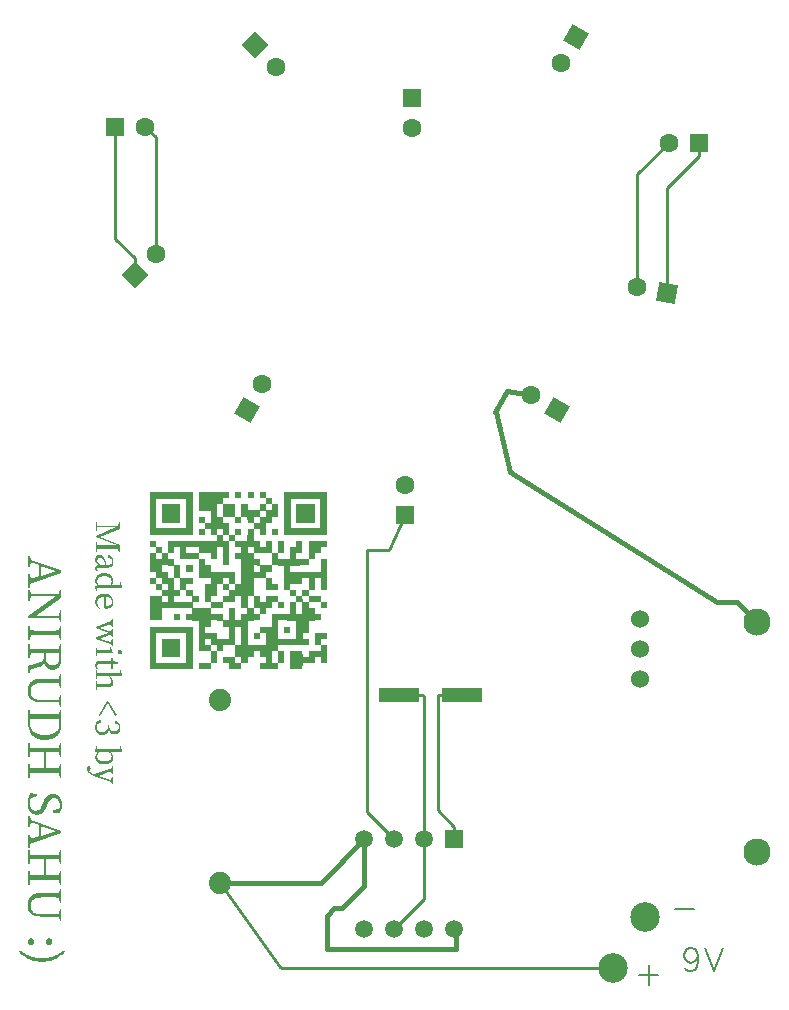
<source format=gtl>
G04 Layer: TopLayer*
G04 EasyEDA v6.5.44, 2024-08-08 08:25:12*
G04 3ea92b5279af498992845473a6f1f495,b0d0efe6ac584fe99c24f131b36d675a,10*
G04 Gerber Generator version 0.2*
G04 Scale: 100 percent, Rotated: No, Reflected: No *
G04 Dimensions in millimeters *
G04 leading zeros omitted , absolute positions ,4 integer and 5 decimal *
%FSLAX45Y45*%
%MOMM*%

%AMMACRO1*21,1,$1,$2,0,0,$3*%
%ADD10C,0.2032*%
%ADD11C,0.4000*%
%ADD12C,0.2540*%
%ADD13R,3.5000X1.2000*%
%ADD14R,1.5000X1.5000*%
%ADD15C,1.5000*%
%ADD16C,1.5240*%
%ADD17C,2.3000*%
%ADD18C,1.8796*%
%ADD19MACRO1,1.6X1.6X-45.0000*%
%ADD20C,1.6000*%
%ADD21R,1.6000X1.6000*%
%ADD22MACRO1,1.6X1.6X45.0000*%
%ADD23MACRO1,1.6X1.6X60.0001*%
%ADD24MACRO1,1.6X1.6X150.0001*%
%ADD25MACRO1,1.6X1.6X170.0002*%
%ADD26MACRO1,1.6X1.6X-119.9999*%
%ADD27C,2.5000*%
%ADD28C,0.0118*%

%LPD*%
G36*
X-1562100Y-707948D02*
G01*
X-1562100Y-764489D01*
X-1507439Y-764489D01*
X-1506728Y-762660D01*
X-1255064Y-763016D01*
X-1255064Y-1014984D01*
X-1507032Y-1014984D01*
X-1507439Y-764489D01*
X-1562100Y-764489D01*
X-1562100Y-1070051D01*
X-1200048Y-1070051D01*
X-1200048Y-707948D01*
G37*
G36*
X-1148283Y-707948D02*
G01*
X-1148283Y-813257D01*
X-993140Y-813257D01*
X-992428Y-811377D01*
X-941781Y-811784D01*
X-941781Y-914501D01*
X-992784Y-914501D01*
X-993140Y-813257D01*
X-1148283Y-813257D01*
X-1148283Y-863142D01*
X-1045210Y-863498D01*
X-1045210Y-916736D01*
X-941425Y-916736D01*
X-940714Y-914857D01*
X-838352Y-915212D01*
X-837946Y-966571D01*
X-786231Y-966571D01*
X-785876Y-915212D01*
X-734872Y-915212D01*
X-734860Y-916736D01*
X-682802Y-916736D01*
X-682091Y-914857D01*
X-631444Y-915212D01*
X-631444Y-966216D01*
X-682447Y-966216D01*
X-682802Y-916736D01*
X-734860Y-916736D01*
X-734517Y-966571D01*
X-683158Y-966978D01*
X-683158Y-1017930D01*
X-734517Y-1018336D01*
X-734872Y-1121410D01*
X-837590Y-1121410D01*
X-837590Y-1070406D01*
X-786231Y-1070000D01*
X-786231Y-1018286D01*
X-837946Y-1018286D01*
X-838352Y-1069644D01*
X-889304Y-1069644D01*
X-889711Y-966622D01*
X-941019Y-966216D01*
X-941425Y-916736D01*
X-1045210Y-916736D01*
X-1045210Y-966216D01*
X-1096213Y-966216D01*
X-1096619Y-914857D01*
X-1148283Y-914857D01*
X-1148283Y-966571D01*
X-1096975Y-966978D01*
X-1096975Y-1017930D01*
X-1148283Y-1018336D01*
X-1148283Y-1070051D01*
X-1096619Y-1070051D01*
X-1096213Y-1018692D01*
X-1045210Y-1018692D01*
X-1045201Y-1020165D01*
X-993140Y-1020165D01*
X-992428Y-1018286D01*
X-941781Y-1018692D01*
X-941781Y-1069644D01*
X-992784Y-1069644D01*
X-993140Y-1020165D01*
X-1045201Y-1020165D01*
X-1044854Y-1070000D01*
X-993495Y-1070406D01*
X-993495Y-1071880D01*
X-941425Y-1071880D01*
X-940714Y-1070000D01*
X-890066Y-1070406D01*
X-890066Y-1121410D01*
X-941019Y-1121410D01*
X-941425Y-1071880D01*
X-993495Y-1071880D01*
X-993495Y-1121410D01*
X-1406906Y-1121765D01*
X-1407312Y-1224838D01*
X-1458264Y-1224838D01*
X-1458671Y-1173480D01*
X-1510030Y-1173124D01*
X-1510385Y-1121765D01*
X-1562100Y-1121765D01*
X-1562100Y-1173480D01*
X-1510741Y-1173835D01*
X-1510741Y-1224838D01*
X-1562100Y-1225245D01*
X-1562100Y-1227074D01*
X-1510385Y-1227074D01*
X-1509674Y-1225194D01*
X-1459026Y-1225600D01*
X-1459026Y-1276553D01*
X-1406550Y-1276553D01*
X-1406550Y-1225600D01*
X-1355191Y-1225194D01*
X-1355191Y-1174445D01*
X-1354175Y-1173480D01*
X-1303832Y-1173835D01*
X-1303828Y-1175359D01*
X-1251762Y-1175359D01*
X-1251051Y-1173480D01*
X-1148689Y-1173835D01*
X-1148689Y-1224838D01*
X-1251407Y-1224838D01*
X-1251762Y-1175359D01*
X-1303828Y-1175359D01*
X-1303478Y-1276553D01*
X-1147927Y-1276553D01*
X-1147927Y-1225600D01*
X-1045210Y-1225600D01*
X-1044854Y-1276908D01*
X-993140Y-1276908D01*
X-992784Y-1173835D01*
X-941781Y-1173835D01*
X-941425Y-1328674D01*
X-889711Y-1328674D01*
X-889711Y-1122730D01*
X-888695Y-1121714D01*
X-838352Y-1122121D01*
X-837946Y-1173480D01*
X-786587Y-1173835D01*
X-786587Y-1175359D01*
X-734517Y-1175359D01*
X-733806Y-1173480D01*
X-683158Y-1173835D01*
X-683158Y-1224838D01*
X-734161Y-1224838D01*
X-734517Y-1175359D01*
X-786587Y-1175359D01*
X-786587Y-1224838D01*
X-837946Y-1225245D01*
X-837946Y-1227074D01*
X-682802Y-1227074D01*
X-682091Y-1225194D01*
X-527964Y-1225600D01*
X-527964Y-1328267D01*
X-630682Y-1328267D01*
X-631088Y-1276959D01*
X-682447Y-1276553D01*
X-682802Y-1227074D01*
X-837946Y-1227074D01*
X-837946Y-1276908D01*
X-786587Y-1277315D01*
X-786587Y-1330502D01*
X-682802Y-1330502D01*
X-682091Y-1328623D01*
X-631444Y-1329029D01*
X-631444Y-1380032D01*
X-682447Y-1380032D01*
X-682802Y-1330502D01*
X-786587Y-1330502D01*
X-786587Y-1483461D01*
X-837590Y-1483461D01*
X-837946Y-1380388D01*
X-1044498Y-1380032D01*
X-1044854Y-1328674D01*
X-1096213Y-1328267D01*
X-1096619Y-1276959D01*
X-1147927Y-1276553D01*
X-1303478Y-1276553D01*
X-1303477Y-1276908D01*
X-1148689Y-1277315D01*
X-1148283Y-1432102D01*
X-1045210Y-1432458D01*
X-1045210Y-1433982D01*
X-941425Y-1433982D01*
X-940714Y-1432102D01*
X-890066Y-1432458D01*
X-890066Y-1483461D01*
X-941019Y-1483461D01*
X-941425Y-1433982D01*
X-1045210Y-1433982D01*
X-1045210Y-1483461D01*
X-1096568Y-1483868D01*
X-1096568Y-1638604D01*
X-1044498Y-1638604D01*
X-1044498Y-1587652D01*
X-993140Y-1587246D01*
X-993140Y-1484833D01*
X-992124Y-1483817D01*
X-941781Y-1484172D01*
X-941769Y-1485696D01*
X-889711Y-1485696D01*
X-889000Y-1483817D01*
X-838352Y-1484172D01*
X-838352Y-1535176D01*
X-889304Y-1535176D01*
X-889711Y-1485696D01*
X-941769Y-1485696D01*
X-941374Y-1535531D01*
X-890066Y-1535938D01*
X-890066Y-1586890D01*
X-941374Y-1587296D01*
X-941781Y-1638604D01*
X-1096568Y-1638604D01*
X-1096568Y-1638960D01*
X-1045210Y-1639366D01*
X-1045210Y-1690370D01*
X-1199642Y-1690370D01*
X-1199642Y-1639366D01*
X-1148283Y-1638960D01*
X-1148283Y-1587296D01*
X-1199642Y-1586890D01*
X-1200048Y-1535582D01*
X-1251407Y-1535176D01*
X-1251407Y-1484172D01*
X-1200048Y-1483817D01*
X-1200048Y-1432102D01*
X-1303121Y-1431747D01*
X-1303477Y-1328674D01*
X-1354836Y-1328267D01*
X-1355242Y-1276959D01*
X-1406550Y-1276553D01*
X-1510030Y-1276553D01*
X-1510385Y-1227074D01*
X-1562100Y-1227074D01*
X-1562100Y-1330502D01*
X-1458671Y-1330502D01*
X-1457960Y-1328623D01*
X-1355598Y-1329029D01*
X-1355598Y-1431747D01*
X-1406550Y-1431747D01*
X-1406956Y-1380388D01*
X-1458264Y-1380032D01*
X-1458671Y-1330502D01*
X-1562100Y-1330502D01*
X-1562100Y-1380337D01*
X-1510741Y-1380744D01*
X-1510741Y-1431747D01*
X-1562100Y-1432102D01*
X-1562100Y-1433982D01*
X-1510385Y-1433982D01*
X-1509674Y-1432102D01*
X-1459026Y-1432458D01*
X-1459026Y-1433931D01*
X-1355242Y-1433931D01*
X-1354480Y-1432102D01*
X-1303832Y-1432458D01*
X-1303832Y-1535176D01*
X-1354836Y-1535176D01*
X-1355242Y-1433931D01*
X-1459026Y-1433931D01*
X-1459026Y-1483461D01*
X-1510030Y-1483461D01*
X-1510385Y-1433982D01*
X-1562100Y-1433982D01*
X-1562100Y-1483817D01*
X-1510741Y-1484172D01*
X-1510729Y-1485696D01*
X-1458671Y-1485696D01*
X-1457960Y-1483817D01*
X-1407312Y-1484172D01*
X-1407312Y-1535176D01*
X-1458264Y-1535176D01*
X-1458671Y-1485696D01*
X-1510729Y-1485696D01*
X-1510334Y-1535531D01*
X-1459026Y-1535938D01*
X-1459026Y-1586890D01*
X-1562100Y-1587296D01*
X-1562100Y-1589125D01*
X-1458671Y-1589125D01*
X-1457960Y-1587246D01*
X-1407312Y-1587652D01*
X-1407312Y-1638604D01*
X-1354836Y-1638604D01*
X-1354836Y-1587652D01*
X-1303477Y-1587246D01*
X-1303477Y-1536547D01*
X-1302461Y-1535531D01*
X-1252118Y-1535938D01*
X-1251712Y-1587246D01*
X-1200404Y-1587652D01*
X-1200404Y-1638604D01*
X-1458264Y-1638604D01*
X-1458671Y-1589125D01*
X-1562100Y-1589125D01*
X-1562100Y-1794154D01*
X-1458671Y-1794154D01*
X-1458264Y-1691081D01*
X-1200404Y-1691081D01*
X-1200404Y-1742084D01*
X-1044498Y-1742084D01*
X-1044498Y-1691081D01*
X-941425Y-1690725D01*
X-941019Y-1639366D01*
X-837946Y-1639011D01*
X-837946Y-1588262D01*
X-836980Y-1587246D01*
X-786587Y-1587652D01*
X-786582Y-1589125D01*
X-734517Y-1589125D01*
X-733806Y-1587246D01*
X-683158Y-1587652D01*
X-683158Y-1690370D01*
X-734161Y-1690370D01*
X-734517Y-1589125D01*
X-786582Y-1589125D01*
X-786231Y-1690725D01*
X-734872Y-1691081D01*
X-734872Y-1692605D01*
X-682802Y-1692605D01*
X-682091Y-1690725D01*
X-631444Y-1691081D01*
X-631444Y-1742084D01*
X-682447Y-1742084D01*
X-682802Y-1692605D01*
X-734872Y-1692605D01*
X-734872Y-1742084D01*
X-786231Y-1742490D01*
X-786587Y-1793798D01*
X-837590Y-1793798D01*
X-837946Y-1690725D01*
X-889660Y-1690725D01*
X-890066Y-1793798D01*
X-941019Y-1793798D01*
X-941425Y-1742439D01*
X-1044498Y-1742084D01*
X-1200404Y-1742084D01*
X-1251762Y-1742490D01*
X-1251762Y-1794154D01*
X-1148689Y-1794560D01*
X-1148527Y-1897227D01*
X-1096213Y-1897227D01*
X-1096213Y-1846275D01*
X-1044854Y-1845868D01*
X-1044854Y-1795170D01*
X-1043889Y-1794154D01*
X-941781Y-1794560D01*
X-941374Y-1845868D01*
X-890066Y-1846275D01*
X-890066Y-1847748D01*
X-837996Y-1847748D01*
X-837285Y-1845868D01*
X-786587Y-1846275D01*
X-786587Y-2000707D01*
X-734161Y-2000707D01*
X-734161Y-1794560D01*
X-631088Y-1794154D01*
X-630682Y-1742795D01*
X-579374Y-1742439D01*
X-578967Y-1691081D01*
X-527659Y-1690725D01*
X-527253Y-1639366D01*
X-476250Y-1639366D01*
X-475894Y-1690725D01*
X-424180Y-1690725D01*
X-424180Y-1639011D01*
X-475538Y-1638604D01*
X-475894Y-1587296D01*
X-579323Y-1587296D01*
X-579729Y-1638604D01*
X-630682Y-1638604D01*
X-631088Y-1587296D01*
X-682447Y-1586890D01*
X-682447Y-1432458D01*
X-579729Y-1432458D01*
X-579323Y-1535531D01*
X-475894Y-1535531D01*
X-475894Y-1483868D01*
X-527253Y-1483461D01*
X-527659Y-1432102D01*
X-578967Y-1431747D01*
X-578967Y-1380744D01*
X-527608Y-1380337D01*
X-527608Y-1329639D01*
X-526643Y-1328623D01*
X-424535Y-1329029D01*
X-424180Y-1535176D01*
X-372059Y-1535176D01*
X-372059Y-1484172D01*
X-268986Y-1483817D01*
X-268986Y-1433068D01*
X-267970Y-1432102D01*
X-217627Y-1432458D01*
X-217627Y-1535176D01*
X-268986Y-1535582D01*
X-269392Y-1586890D01*
X-320344Y-1586890D01*
X-320751Y-1535582D01*
X-372059Y-1535176D01*
X-424180Y-1535176D01*
X-424180Y-1535531D01*
X-372821Y-1535938D01*
X-372414Y-1587246D01*
X-321106Y-1587652D01*
X-321106Y-1589125D01*
X-269036Y-1589125D01*
X-268274Y-1587246D01*
X-217627Y-1587652D01*
X-217627Y-1638604D01*
X-268630Y-1638604D01*
X-269036Y-1589125D01*
X-321106Y-1589125D01*
X-321106Y-1638604D01*
X-372414Y-1639011D01*
X-372422Y-1640839D01*
X-320751Y-1640839D01*
X-320040Y-1638960D01*
X-269392Y-1639366D01*
X-269392Y-1742084D01*
X-320344Y-1742084D01*
X-320751Y-1640839D01*
X-372422Y-1640839D01*
X-372821Y-1742084D01*
X-527608Y-1742439D01*
X-527818Y-1796034D01*
X-475894Y-1796034D01*
X-475183Y-1794154D01*
X-321106Y-1794560D01*
X-321106Y-1948992D01*
X-475538Y-1948992D01*
X-475894Y-1796034D01*
X-527818Y-1796034D01*
X-527964Y-1845513D01*
X-631037Y-1845919D01*
X-631444Y-1897227D01*
X-682802Y-1897634D01*
X-682802Y-1949348D01*
X-631088Y-1949348D01*
X-630682Y-1897989D01*
X-579729Y-1897989D01*
X-579729Y-2000707D01*
X-837590Y-2000707D01*
X-837996Y-1847748D01*
X-890066Y-1847748D01*
X-890066Y-1948992D01*
X-992784Y-1948992D01*
X-993140Y-1897634D01*
X-1096213Y-1897227D01*
X-1148527Y-1897227D01*
X-1148443Y-1951177D01*
X-1096619Y-1951177D01*
X-1095857Y-1949297D01*
X-1045210Y-1949704D01*
X-1045210Y-2000707D01*
X-1096213Y-2000707D01*
X-1096619Y-1951177D01*
X-1148443Y-1951177D01*
X-1148361Y-2002942D01*
X-1044905Y-2002942D01*
X-1044143Y-2001062D01*
X-993495Y-2001418D01*
X-993495Y-2052421D01*
X-1044498Y-2052421D01*
X-1044905Y-2002942D01*
X-1148361Y-2002942D01*
X-1148283Y-2052777D01*
X-1045210Y-2053183D01*
X-1045210Y-2155850D01*
X-1148283Y-2156256D01*
X-1148283Y-2207971D01*
X-1044854Y-2207971D01*
X-1044498Y-2156612D01*
X-993140Y-2156206D01*
X-992784Y-2053183D01*
X-941425Y-2052777D01*
X-941019Y-2001418D01*
X-838352Y-2001418D01*
X-838352Y-2104136D01*
X-941425Y-2104542D01*
X-941425Y-2106371D01*
X-837996Y-2106371D01*
X-837285Y-2104491D01*
X-786587Y-2104898D01*
X-786587Y-2155850D01*
X-837590Y-2155850D01*
X-837996Y-2106371D01*
X-941425Y-2106371D01*
X-941425Y-2156206D01*
X-890066Y-2156612D01*
X-889660Y-2207971D01*
X-786231Y-2207971D01*
X-785876Y-2156612D01*
X-734517Y-2156206D01*
X-734161Y-2104898D01*
X-682802Y-2104491D01*
X-682447Y-2053183D01*
X-631444Y-2053183D01*
X-631432Y-2054656D01*
X-527608Y-2054656D01*
X-526897Y-2052777D01*
X-476250Y-2053183D01*
X-476250Y-2155850D01*
X-527253Y-2155850D01*
X-527608Y-2054656D01*
X-631432Y-2054656D01*
X-631037Y-2104491D01*
X-579729Y-2104898D01*
X-579729Y-2155850D01*
X-631088Y-2156256D01*
X-631088Y-2207971D01*
X-475894Y-2207971D01*
X-475538Y-2156612D01*
X-424180Y-2156206D01*
X-424180Y-2052828D01*
X-475538Y-2052421D01*
X-475538Y-2001418D01*
X-217271Y-2001062D01*
X-217271Y-1949348D01*
X-268630Y-1948992D01*
X-268630Y-1897989D01*
X-217271Y-1897583D01*
X-216916Y-1794560D01*
X-113842Y-1794154D01*
X-113842Y-1742490D01*
X-165201Y-1742084D01*
X-165557Y-1690725D01*
X-216916Y-1690370D01*
X-216916Y-1639366D01*
X-114198Y-1639366D01*
X-113792Y-1690725D01*
X-62128Y-1690725D01*
X-62128Y-1639011D01*
X-113436Y-1638604D01*
X-113842Y-1587296D01*
X-216916Y-1586890D01*
X-216916Y-1535938D01*
X-165557Y-1535531D01*
X-165201Y-1432458D01*
X-114198Y-1432458D01*
X-113792Y-1535531D01*
X-62128Y-1535531D01*
X-62128Y-1276908D01*
X-113792Y-1276908D01*
X-114198Y-1380032D01*
X-372059Y-1380032D01*
X-372059Y-1329029D01*
X-217271Y-1328623D01*
X-216916Y-1277315D01*
X-165557Y-1276908D01*
X-165201Y-1225600D01*
X-113842Y-1225194D01*
X-113436Y-1173835D01*
X-62128Y-1173480D01*
X-62128Y-1121765D01*
X-217271Y-1121765D01*
X-217627Y-1276553D01*
X-320344Y-1276553D01*
X-320344Y-1225600D01*
X-268986Y-1225194D01*
X-268986Y-1121765D01*
X-320700Y-1121765D01*
X-321106Y-1173124D01*
X-372414Y-1173480D01*
X-372821Y-1276553D01*
X-475538Y-1276553D01*
X-475538Y-1225600D01*
X-424180Y-1225194D01*
X-424180Y-1121765D01*
X-475894Y-1121765D01*
X-476250Y-1224838D01*
X-527253Y-1224838D01*
X-527608Y-1121765D01*
X-579323Y-1121765D01*
X-579729Y-1173124D01*
X-630682Y-1173124D01*
X-631088Y-1121765D01*
X-682447Y-1121410D01*
X-682447Y-1018692D01*
X-631444Y-1018692D01*
X-631037Y-1070051D01*
X-579374Y-1070051D01*
X-578967Y-966978D01*
X-527659Y-966571D01*
X-527253Y-915212D01*
X-475894Y-914857D01*
X-475894Y-811428D01*
X-527253Y-811022D01*
X-527659Y-759714D01*
X-578967Y-759307D01*
X-579374Y-707948D01*
X-631088Y-707948D01*
X-631088Y-759663D01*
X-579729Y-760069D01*
X-579729Y-811022D01*
X-631037Y-811428D01*
X-631052Y-813257D01*
X-579374Y-813257D01*
X-578662Y-811377D01*
X-527964Y-811784D01*
X-527964Y-862787D01*
X-578967Y-862787D01*
X-579374Y-813257D01*
X-631052Y-813257D01*
X-631444Y-862787D01*
X-734161Y-862787D01*
X-734517Y-811428D01*
X-786231Y-811428D01*
X-786440Y-864971D01*
X-631088Y-864971D01*
X-630377Y-863142D01*
X-579729Y-863498D01*
X-579729Y-914501D01*
X-630682Y-914501D01*
X-631088Y-864971D01*
X-786440Y-864971D01*
X-786587Y-914501D01*
X-837590Y-914501D01*
X-837946Y-811428D01*
X-941019Y-811022D01*
X-941019Y-760069D01*
X-889711Y-759663D01*
X-889711Y-707948D01*
G37*
G36*
X-837946Y-707948D02*
G01*
X-837946Y-759714D01*
X-786231Y-759714D01*
X-786231Y-707948D01*
G37*
G36*
X-734517Y-707948D02*
G01*
X-734517Y-759714D01*
X-682802Y-759714D01*
X-682802Y-707948D01*
G37*
G36*
X-424180Y-707948D02*
G01*
X-424180Y-764489D01*
X-369519Y-764489D01*
X-368808Y-762660D01*
X-117144Y-763016D01*
X-117144Y-1014984D01*
X-369112Y-1014984D01*
X-369519Y-764489D01*
X-424180Y-764489D01*
X-424180Y-1070051D01*
X-62128Y-1070051D01*
X-62128Y-707948D01*
G37*
G36*
X-1458671Y-811428D02*
G01*
X-1458671Y-966571D01*
X-1303477Y-966571D01*
X-1303477Y-811428D01*
G37*
G36*
X-320700Y-811428D02*
G01*
X-320700Y-966571D01*
X-165557Y-966571D01*
X-165557Y-811428D01*
G37*
G36*
X-527608Y-1018286D02*
G01*
X-527608Y-1070051D01*
X-475894Y-1070051D01*
X-475894Y-1018286D01*
G37*
G36*
X-1251762Y-1328674D02*
G01*
X-1251762Y-1380388D01*
X-1200048Y-1380388D01*
X-1200048Y-1328674D01*
G37*
G36*
X-1355191Y-1742439D02*
G01*
X-1355191Y-1794154D01*
X-1303477Y-1794154D01*
X-1303477Y-1742439D01*
G37*
G36*
X-1562100Y-1845868D02*
G01*
X-1562100Y-1902409D01*
X-1507439Y-1902409D01*
X-1506728Y-1900580D01*
X-1255064Y-1900936D01*
X-1255064Y-2152904D01*
X-1507032Y-2152904D01*
X-1507439Y-1902409D01*
X-1562100Y-1902409D01*
X-1562100Y-2207971D01*
X-1200048Y-2207971D01*
X-1200048Y-1845868D01*
G37*
G36*
X-424180Y-1845868D02*
G01*
X-424180Y-1897634D01*
X-372465Y-1897634D01*
X-372465Y-1845868D01*
G37*
G36*
X-165557Y-1897634D02*
G01*
X-165557Y-2001062D01*
X-114198Y-2001418D01*
X-114198Y-2052421D01*
X-217271Y-2052777D01*
X-217627Y-2104136D01*
X-268630Y-2104136D01*
X-269036Y-2052777D01*
X-372465Y-2052777D01*
X-372465Y-2207971D01*
X-269036Y-2207971D01*
X-268630Y-2156612D01*
X-165557Y-2156206D01*
X-165201Y-2104898D01*
X-114198Y-2104898D01*
X-113792Y-2156256D01*
X-62128Y-2156256D01*
X-62128Y-2001062D01*
X-113436Y-2000707D01*
X-113436Y-1949704D01*
X-62128Y-1949297D01*
X-62128Y-1897634D01*
G37*
G36*
X-1458671Y-1949348D02*
G01*
X-1458671Y-2104491D01*
X-1303477Y-2104491D01*
X-1303477Y-1949348D01*
G37*
G36*
X-2019300Y-964184D02*
G01*
X-2019300Y-1032764D01*
X-2008632Y-1032764D01*
X-2004822Y-1006094D01*
X-1904492Y-1005992D01*
X-1843786Y-1004569D01*
X-2019300Y-1075944D01*
X-2019300Y-1089152D01*
X-1843278Y-1158240D01*
X-1979015Y-1157782D01*
X-2005584Y-1157224D01*
X-2008632Y-1130808D01*
X-2019300Y-1130808D01*
X-2019300Y-1214120D01*
X-2008632Y-1214120D01*
X-2005584Y-1185672D01*
X-1971700Y-1185265D01*
X-1882190Y-1185164D01*
X-1828292Y-1185672D01*
X-1825243Y-1214374D01*
X-1814575Y-1214374D01*
X-1814575Y-1155446D01*
X-1984248Y-1089152D01*
X-1814575Y-1020064D01*
X-1814575Y-964184D01*
X-1825243Y-964184D01*
X-1828546Y-992124D01*
X-2004822Y-991869D01*
X-2008632Y-964184D01*
G37*
G36*
X-1985772Y-1236472D02*
G01*
X-1991664Y-1236827D01*
X-1997100Y-1237894D01*
X-2001977Y-1239621D01*
X-2006396Y-1241958D01*
X-2010308Y-1244854D01*
X-2013661Y-1248257D01*
X-2016556Y-1252169D01*
X-2018893Y-1256436D01*
X-2020722Y-1261110D01*
X-2022043Y-1266088D01*
X-2022856Y-1271371D01*
X-2023110Y-1276858D01*
X-2022754Y-1283462D01*
X-2022044Y-1287272D01*
X-2005330Y-1287272D01*
X-2004974Y-1282141D01*
X-2003907Y-1277366D01*
X-2002129Y-1273149D01*
X-1999589Y-1269492D01*
X-1996287Y-1266494D01*
X-1992172Y-1264259D01*
X-1987245Y-1262888D01*
X-1981454Y-1262380D01*
X-1977237Y-1262634D01*
X-1972970Y-1263548D01*
X-1968703Y-1265326D01*
X-1964436Y-1268120D01*
X-1960219Y-1272184D01*
X-1956104Y-1277721D01*
X-1952091Y-1284884D01*
X-1948180Y-1293876D01*
X-1943658Y-1306423D01*
X-1938782Y-1322070D01*
X-1987550Y-1322070D01*
X-1995881Y-1310995D01*
X-1998980Y-1306474D01*
X-2001367Y-1302359D01*
X-2003196Y-1298600D01*
X-2004415Y-1294942D01*
X-2005126Y-1291183D01*
X-2005330Y-1287272D01*
X-2022044Y-1287272D01*
X-2021636Y-1289456D01*
X-2019757Y-1295044D01*
X-2017115Y-1300378D01*
X-2013712Y-1305610D01*
X-2009495Y-1310944D01*
X-2004517Y-1316583D01*
X-1998725Y-1322578D01*
X-2003958Y-1323848D01*
X-2008682Y-1325829D01*
X-2012746Y-1328420D01*
X-2016201Y-1331620D01*
X-2018944Y-1335430D01*
X-2020925Y-1339748D01*
X-2022195Y-1344625D01*
X-2022602Y-1350010D01*
X-2021789Y-1357630D01*
X-2019147Y-1364538D01*
X-2014372Y-1370787D01*
X-2007107Y-1376426D01*
X-2001012Y-1370838D01*
X-2004263Y-1367891D01*
X-2006650Y-1364996D01*
X-2008124Y-1361897D01*
X-2008632Y-1358392D01*
X-2007616Y-1353769D01*
X-2004263Y-1350213D01*
X-1998218Y-1347978D01*
X-1989074Y-1347216D01*
X-1922525Y-1347216D01*
X-1915718Y-1347012D01*
X-1909419Y-1346504D01*
X-1903628Y-1345590D01*
X-1898396Y-1344320D01*
X-1893620Y-1342694D01*
X-1889353Y-1340713D01*
X-1885543Y-1338326D01*
X-1882190Y-1335582D01*
X-1879244Y-1332433D01*
X-1876755Y-1328928D01*
X-1874723Y-1325016D01*
X-1873046Y-1320749D01*
X-1871776Y-1316075D01*
X-1870913Y-1310995D01*
X-1870354Y-1305560D01*
X-1870202Y-1299718D01*
X-1870506Y-1292047D01*
X-1871370Y-1284782D01*
X-1872792Y-1277924D01*
X-1874774Y-1271574D01*
X-1877263Y-1265682D01*
X-1880260Y-1260297D01*
X-1883714Y-1255522D01*
X-1887677Y-1251254D01*
X-1892046Y-1247597D01*
X-1896872Y-1244600D01*
X-1902155Y-1242212D01*
X-1907793Y-1240536D01*
X-1912823Y-1241806D01*
X-1916480Y-1244549D01*
X-1918716Y-1248664D01*
X-1919478Y-1254252D01*
X-1918614Y-1259636D01*
X-1915972Y-1263954D01*
X-1911553Y-1267256D01*
X-1905254Y-1269492D01*
X-1884425Y-1275588D01*
X-1883257Y-1280210D01*
X-1882495Y-1284579D01*
X-1882038Y-1288796D01*
X-1881886Y-1292860D01*
X-1882292Y-1300022D01*
X-1883562Y-1306118D01*
X-1885950Y-1311148D01*
X-1889556Y-1315161D01*
X-1894586Y-1318260D01*
X-1901189Y-1320393D01*
X-1909521Y-1321663D01*
X-1919732Y-1322070D01*
X-1929384Y-1322070D01*
X-1934057Y-1303578D01*
X-1936648Y-1294841D01*
X-1939289Y-1287018D01*
X-1942846Y-1277569D01*
X-1946351Y-1269339D01*
X-1949907Y-1262176D01*
X-1953463Y-1256080D01*
X-1957120Y-1250950D01*
X-1960829Y-1246682D01*
X-1964639Y-1243279D01*
X-1968550Y-1240637D01*
X-1972564Y-1238707D01*
X-1976780Y-1237437D01*
X-1981200Y-1236675D01*
G37*
G36*
X-1948180Y-1391920D02*
G01*
X-1954733Y-1392123D01*
X-1961083Y-1392682D01*
X-1967179Y-1393596D01*
X-1973021Y-1394866D01*
X-1978660Y-1396492D01*
X-1983943Y-1398422D01*
X-1989023Y-1400708D01*
X-1993747Y-1403248D01*
X-1998218Y-1406144D01*
X-2002332Y-1409344D01*
X-2006092Y-1412748D01*
X-2009546Y-1416507D01*
X-2012594Y-1420469D01*
X-2015337Y-1424736D01*
X-2017674Y-1429207D01*
X-2019604Y-1433931D01*
X-2021128Y-1438859D01*
X-2022195Y-1443990D01*
X-2022906Y-1449374D01*
X-2023110Y-1454912D01*
X-2022685Y-1462024D01*
X-2007616Y-1462024D01*
X-2007412Y-1457452D01*
X-2006752Y-1453032D01*
X-2005685Y-1448816D01*
X-2004110Y-1444752D01*
X-2002129Y-1440992D01*
X-1999691Y-1437436D01*
X-1996744Y-1434134D01*
X-1993290Y-1431086D01*
X-1989378Y-1428343D01*
X-1984908Y-1425956D01*
X-1979980Y-1423822D01*
X-1974494Y-1422095D01*
X-1968500Y-1420672D01*
X-1961946Y-1419656D01*
X-1954834Y-1419047D01*
X-1947164Y-1418844D01*
X-1939239Y-1419098D01*
X-1931873Y-1419758D01*
X-1925167Y-1420825D01*
X-1918970Y-1422349D01*
X-1913382Y-1424228D01*
X-1908302Y-1426413D01*
X-1903831Y-1428953D01*
X-1899818Y-1431798D01*
X-1896364Y-1434896D01*
X-1893366Y-1438249D01*
X-1890928Y-1441856D01*
X-1888896Y-1445615D01*
X-1887372Y-1449578D01*
X-1886305Y-1453692D01*
X-1885645Y-1457960D01*
X-1885442Y-1462278D01*
X-1885645Y-1466189D01*
X-1886254Y-1470202D01*
X-1887372Y-1474266D01*
X-1888998Y-1478432D01*
X-1891182Y-1482801D01*
X-1894027Y-1487322D01*
X-1897481Y-1492046D01*
X-1901698Y-1497076D01*
X-1990343Y-1497076D01*
X-1994814Y-1492758D01*
X-1998522Y-1488541D01*
X-2001520Y-1484376D01*
X-2003856Y-1480210D01*
X-2005584Y-1475943D01*
X-2006752Y-1471523D01*
X-2007412Y-1466900D01*
X-2007616Y-1462024D01*
X-2022685Y-1462024D01*
X-2021687Y-1467916D01*
X-2019909Y-1473758D01*
X-2017471Y-1479245D01*
X-2014372Y-1484325D01*
X-2010664Y-1489151D01*
X-2006396Y-1493621D01*
X-2001520Y-1497838D01*
X-2022348Y-1499616D01*
X-2019300Y-1547114D01*
X-2009902Y-1547114D01*
X-2007107Y-1522222D01*
X-1838706Y-1522222D01*
X-1795272Y-1522984D01*
X-1792986Y-1519174D01*
X-1805939Y-1471930D01*
X-1815084Y-1471930D01*
X-1817370Y-1497584D01*
X-1890014Y-1497584D01*
X-1884781Y-1492707D01*
X-1880463Y-1487830D01*
X-1877060Y-1482953D01*
X-1874418Y-1477975D01*
X-1872437Y-1472996D01*
X-1871167Y-1467916D01*
X-1870405Y-1462735D01*
X-1870202Y-1457452D01*
X-1870405Y-1451864D01*
X-1871116Y-1446428D01*
X-1872183Y-1441145D01*
X-1873707Y-1436116D01*
X-1875688Y-1431239D01*
X-1878025Y-1426616D01*
X-1880768Y-1422196D01*
X-1883918Y-1418031D01*
X-1887423Y-1414119D01*
X-1891284Y-1410512D01*
X-1895500Y-1407160D01*
X-1900123Y-1404112D01*
X-1905050Y-1401318D01*
X-1910283Y-1398930D01*
X-1915871Y-1396847D01*
X-1921713Y-1395120D01*
X-1927910Y-1393748D01*
X-1934413Y-1392732D01*
X-1941169Y-1392123D01*
G37*
G36*
X-1947672Y-1566164D02*
G01*
X-1954733Y-1566367D01*
X-1961438Y-1566976D01*
X-1967839Y-1567992D01*
X-1973935Y-1569415D01*
X-1979726Y-1571193D01*
X-1985162Y-1573326D01*
X-1990242Y-1575765D01*
X-1994966Y-1578610D01*
X-1999335Y-1581759D01*
X-2003399Y-1585264D01*
X-2007057Y-1589024D01*
X-2010359Y-1593088D01*
X-2013305Y-1597456D01*
X-2015896Y-1602079D01*
X-2018080Y-1607007D01*
X-2019858Y-1612138D01*
X-2021281Y-1617522D01*
X-2022297Y-1623110D01*
X-2022906Y-1628952D01*
X-2023110Y-1634998D01*
X-2022856Y-1641652D01*
X-2022043Y-1647952D01*
X-2020722Y-1653946D01*
X-2018893Y-1659585D01*
X-2016556Y-1664970D01*
X-2013813Y-1669948D01*
X-2010562Y-1674622D01*
X-2006904Y-1678990D01*
X-2002840Y-1682953D01*
X-1998370Y-1686610D01*
X-1993544Y-1689963D01*
X-1988312Y-1692910D01*
X-1983993Y-1686814D01*
X-1988718Y-1682648D01*
X-1993036Y-1678330D01*
X-1996795Y-1673707D01*
X-1999996Y-1668729D01*
X-2002586Y-1663344D01*
X-2004517Y-1657400D01*
X-2005685Y-1650898D01*
X-2006092Y-1643634D01*
X-2005838Y-1638147D01*
X-2005126Y-1632915D01*
X-2003958Y-1627936D01*
X-2002282Y-1623212D01*
X-2000148Y-1618792D01*
X-1997557Y-1614627D01*
X-1994458Y-1610817D01*
X-1990902Y-1607261D01*
X-1986838Y-1604111D01*
X-1982317Y-1601317D01*
X-1977339Y-1598879D01*
X-1971903Y-1596796D01*
X-1965960Y-1595170D01*
X-1959610Y-1593951D01*
X-1952701Y-1593138D01*
X-1945386Y-1592834D01*
X-1945538Y-1652016D01*
X-1934464Y-1652016D01*
X-1933702Y-1593088D01*
X-1925066Y-1594205D01*
X-1917242Y-1595932D01*
X-1910283Y-1598218D01*
X-1904136Y-1601063D01*
X-1898751Y-1604365D01*
X-1894179Y-1608023D01*
X-1890318Y-1611985D01*
X-1887270Y-1616252D01*
X-1884883Y-1620723D01*
X-1883206Y-1625346D01*
X-1882190Y-1630019D01*
X-1881886Y-1634744D01*
X-1882648Y-1641906D01*
X-1884781Y-1648358D01*
X-1888134Y-1654149D01*
X-1892503Y-1659077D01*
X-1897837Y-1663039D01*
X-1903831Y-1666036D01*
X-1910435Y-1667865D01*
X-1917446Y-1668525D01*
X-1924304Y-1667814D01*
X-1929688Y-1665325D01*
X-1933193Y-1660296D01*
X-1934464Y-1652016D01*
X-1945538Y-1652016D01*
X-1945639Y-1691132D01*
X-1942134Y-1692148D01*
X-1938070Y-1692859D01*
X-1933549Y-1693265D01*
X-1928622Y-1693418D01*
X-1922018Y-1693113D01*
X-1915769Y-1692300D01*
X-1909825Y-1690928D01*
X-1904288Y-1689100D01*
X-1899107Y-1686763D01*
X-1894281Y-1683969D01*
X-1889861Y-1680768D01*
X-1885899Y-1677111D01*
X-1882292Y-1673098D01*
X-1879193Y-1668729D01*
X-1876501Y-1664055D01*
X-1874266Y-1659026D01*
X-1872488Y-1653692D01*
X-1871218Y-1648155D01*
X-1870456Y-1642313D01*
X-1870202Y-1636268D01*
X-1870405Y-1630629D01*
X-1871116Y-1625092D01*
X-1872183Y-1619707D01*
X-1873707Y-1614424D01*
X-1875688Y-1609344D01*
X-1878025Y-1604416D01*
X-1880768Y-1599742D01*
X-1883867Y-1595221D01*
X-1887372Y-1591005D01*
X-1891233Y-1587042D01*
X-1895449Y-1583334D01*
X-1899970Y-1579930D01*
X-1904898Y-1576882D01*
X-1910080Y-1574139D01*
X-1915617Y-1571802D01*
X-1921459Y-1569821D01*
X-1927606Y-1568246D01*
X-1934006Y-1567129D01*
X-1940712Y-1566418D01*
G37*
G36*
X-1884425Y-1779016D02*
G01*
X-1887220Y-1796542D01*
X-2021332Y-1845818D01*
X-2021332Y-1856739D01*
X-1909572Y-1897380D01*
X-1940407Y-1907793D01*
X-1987753Y-1925218D01*
X-2021332Y-1938020D01*
X-2021332Y-1948942D01*
X-1887982Y-1993646D01*
X-1884425Y-2010918D01*
X-1874266Y-2010918D01*
X-1874266Y-1955038D01*
X-1884425Y-1955038D01*
X-1888236Y-1978914D01*
X-1986280Y-1949450D01*
X-1888236Y-1912620D01*
X-1884425Y-1935988D01*
X-1874266Y-1935988D01*
X-1874266Y-1869439D01*
X-1884425Y-1869439D01*
X-1887982Y-1893062D01*
X-1987550Y-1857502D01*
X-1887728Y-1824228D01*
X-1884425Y-1848357D01*
X-1874266Y-1848357D01*
X-1874266Y-1779016D01*
G37*
G36*
X-1896110Y-2022602D02*
G01*
X-1898396Y-2047493D01*
X-1917141Y-2048052D01*
X-1960676Y-2048256D01*
X-2006346Y-2047748D01*
X-2009902Y-2024380D01*
X-2019300Y-2024380D01*
X-2019300Y-2094738D01*
X-2009902Y-2094738D01*
X-2006346Y-2073656D01*
X-1980234Y-2073300D01*
X-1913889Y-2073148D01*
X-1873250Y-2073656D01*
X-1870456Y-2069592D01*
X-1886966Y-2022602D01*
G37*
G36*
X-1816100Y-2040382D02*
G01*
X-1823669Y-2041906D01*
X-1829714Y-2046122D01*
X-1833727Y-2052370D01*
X-1835150Y-2060193D01*
X-1833727Y-2067763D01*
X-1829714Y-2073960D01*
X-1823669Y-2078177D01*
X-1816100Y-2079752D01*
X-1808480Y-2078177D01*
X-1802638Y-2073960D01*
X-1798878Y-2067763D01*
X-1797557Y-2060193D01*
X-1798878Y-2052370D01*
X-1802638Y-2046122D01*
X-1808480Y-2041906D01*
G37*
G36*
X-1887728Y-2108454D02*
G01*
X-1887728Y-2134362D01*
X-1987550Y-2134108D01*
X-1996084Y-2134717D01*
X-2003399Y-2136444D01*
X-2009495Y-2139289D01*
X-2014474Y-2143201D01*
X-2018284Y-2148128D01*
X-2020976Y-2154021D01*
X-2022602Y-2160879D01*
X-2023110Y-2168652D01*
X-2022856Y-2174392D01*
X-2022043Y-2179726D01*
X-2020773Y-2184755D01*
X-2018995Y-2189378D01*
X-2016760Y-2193645D01*
X-2014118Y-2197557D01*
X-2011070Y-2201062D01*
X-2007616Y-2204212D01*
X-2000504Y-2198116D01*
X-2004314Y-2192426D01*
X-2007006Y-2187295D01*
X-2008632Y-2182317D01*
X-2009139Y-2177034D01*
X-2007870Y-2169668D01*
X-2003806Y-2164181D01*
X-1996693Y-2160727D01*
X-1986280Y-2159508D01*
X-1887728Y-2159508D01*
X-1887728Y-2200910D01*
X-1874266Y-2200910D01*
X-1874266Y-2159762D01*
X-1832102Y-2161540D01*
X-1832102Y-2143760D01*
X-1873504Y-2135632D01*
X-1876806Y-2108454D01*
G37*
G36*
X-1815084Y-2213864D02*
G01*
X-1817370Y-2238756D01*
X-1980234Y-2238603D01*
X-2006346Y-2238248D01*
X-2009902Y-2215388D01*
X-2019300Y-2215388D01*
X-2019300Y-2285746D01*
X-2009902Y-2285746D01*
X-2006346Y-2264664D01*
X-1973427Y-2264003D01*
X-1909825Y-2263902D01*
X-1904492Y-2270048D01*
X-1900123Y-2275890D01*
X-1896567Y-2281478D01*
X-1893874Y-2286914D01*
X-1891842Y-2292197D01*
X-1890522Y-2297430D01*
X-1889760Y-2302611D01*
X-1889506Y-2307844D01*
X-1889963Y-2313889D01*
X-1891334Y-2319121D01*
X-1893824Y-2323541D01*
X-1897481Y-2327148D01*
X-1902460Y-2329942D01*
X-1908911Y-2331923D01*
X-1916887Y-2333091D01*
X-1926589Y-2333498D01*
X-1980488Y-2333345D01*
X-2006346Y-2332990D01*
X-2009902Y-2310130D01*
X-2019300Y-2310130D01*
X-2019300Y-2380488D01*
X-2009902Y-2380488D01*
X-2006346Y-2359152D01*
X-1980488Y-2358796D01*
X-1926082Y-2358644D01*
X-1916531Y-2358339D01*
X-1907997Y-2357526D01*
X-1900428Y-2356154D01*
X-1893773Y-2354173D01*
X-1887982Y-2351684D01*
X-1883105Y-2348687D01*
X-1879041Y-2345080D01*
X-1875789Y-2341016D01*
X-1873300Y-2336342D01*
X-1871573Y-2331161D01*
X-1870557Y-2325471D01*
X-1870202Y-2319274D01*
X-1870456Y-2314295D01*
X-1871116Y-2309317D01*
X-1872234Y-2304338D01*
X-1873808Y-2299411D01*
X-1875739Y-2294534D01*
X-1878075Y-2289708D01*
X-1880768Y-2284984D01*
X-1883765Y-2280361D01*
X-1887118Y-2275890D01*
X-1890775Y-2271522D01*
X-1894687Y-2267356D01*
X-1898904Y-2263394D01*
X-1838706Y-2263394D01*
X-1795272Y-2264156D01*
X-1792986Y-2260346D01*
X-1805939Y-2213864D01*
G37*
G36*
X-1924050Y-2478786D02*
G01*
X-1993392Y-2598166D01*
X-1980184Y-2606040D01*
X-1918207Y-2496058D01*
X-1856486Y-2606040D01*
X-1843278Y-2598166D01*
X-1912620Y-2478786D01*
G37*
G36*
X-1980692Y-2637282D02*
G01*
X-1987753Y-2639009D01*
X-1994154Y-2641447D01*
X-1999843Y-2644546D01*
X-2004872Y-2648204D01*
X-2009292Y-2652471D01*
X-2013051Y-2657297D01*
X-2016201Y-2662631D01*
X-2018741Y-2668422D01*
X-2020671Y-2674721D01*
X-2022043Y-2681427D01*
X-2022856Y-2688488D01*
X-2023110Y-2695956D01*
X-2022805Y-2703474D01*
X-2021992Y-2710637D01*
X-2020620Y-2717444D01*
X-2018792Y-2723896D01*
X-2016455Y-2729941D01*
X-2013610Y-2735529D01*
X-2010359Y-2740710D01*
X-2006701Y-2745435D01*
X-2002688Y-2749702D01*
X-1998268Y-2753461D01*
X-1993493Y-2756662D01*
X-1988413Y-2759354D01*
X-1982978Y-2761488D01*
X-1977288Y-2763012D01*
X-1971395Y-2763977D01*
X-1965198Y-2764282D01*
X-1958492Y-2763977D01*
X-1952091Y-2762961D01*
X-1946046Y-2761335D01*
X-1940407Y-2758998D01*
X-1935124Y-2756001D01*
X-1930247Y-2752293D01*
X-1925828Y-2747873D01*
X-1921865Y-2742742D01*
X-1918360Y-2736850D01*
X-1915414Y-2730246D01*
X-1912975Y-2722880D01*
X-1911096Y-2714752D01*
X-1908708Y-2721457D01*
X-1905965Y-2727655D01*
X-1902815Y-2733294D01*
X-1899259Y-2738374D01*
X-1895398Y-2742895D01*
X-1891233Y-2746806D01*
X-1886712Y-2750159D01*
X-1881936Y-2752953D01*
X-1876856Y-2755138D01*
X-1871573Y-2756662D01*
X-1866036Y-2757627D01*
X-1860296Y-2757932D01*
X-1854809Y-2757678D01*
X-1849526Y-2756916D01*
X-1844548Y-2755646D01*
X-1839823Y-2753868D01*
X-1835404Y-2751683D01*
X-1831289Y-2748991D01*
X-1827479Y-2745841D01*
X-1824024Y-2742285D01*
X-1820925Y-2738323D01*
X-1818182Y-2733954D01*
X-1815846Y-2729230D01*
X-1813864Y-2724048D01*
X-1812289Y-2718562D01*
X-1811172Y-2712720D01*
X-1810512Y-2706522D01*
X-1810257Y-2700020D01*
X-1810512Y-2693060D01*
X-1811324Y-2686405D01*
X-1812696Y-2680004D01*
X-1814575Y-2673908D01*
X-1817065Y-2668219D01*
X-1820011Y-2662986D01*
X-1823567Y-2658160D01*
X-1827682Y-2653893D01*
X-1832356Y-2650185D01*
X-1837537Y-2647086D01*
X-1843328Y-2644648D01*
X-1849628Y-2642870D01*
X-1854606Y-2645359D01*
X-1857908Y-2648661D01*
X-1859737Y-2652572D01*
X-1860296Y-2657094D01*
X-1859178Y-2663494D01*
X-1855774Y-2668219D01*
X-1850034Y-2671673D01*
X-1841754Y-2674366D01*
X-1823974Y-2679446D01*
X-1822602Y-2687370D01*
X-1822196Y-2694178D01*
X-1822500Y-2700020D01*
X-1823364Y-2705354D01*
X-1824837Y-2710332D01*
X-1826818Y-2714802D01*
X-1829358Y-2718765D01*
X-1832457Y-2722270D01*
X-1836115Y-2725267D01*
X-1840280Y-2727756D01*
X-1844903Y-2729738D01*
X-1850085Y-2731109D01*
X-1855724Y-2731973D01*
X-1861820Y-2732278D01*
X-1868373Y-2731922D01*
X-1874418Y-2730855D01*
X-1879955Y-2729128D01*
X-1884984Y-2726791D01*
X-1889455Y-2723794D01*
X-1893366Y-2720238D01*
X-1896719Y-2716072D01*
X-1899462Y-2711348D01*
X-1901647Y-2706116D01*
X-1903222Y-2700426D01*
X-1904187Y-2694228D01*
X-1904492Y-2687574D01*
X-1904492Y-2675636D01*
X-1918207Y-2675636D01*
X-1918207Y-2690114D01*
X-1918563Y-2697683D01*
X-1919681Y-2704592D01*
X-1921408Y-2710840D01*
X-1923846Y-2716428D01*
X-1926945Y-2721356D01*
X-1930654Y-2725674D01*
X-1934972Y-2729331D01*
X-1939798Y-2732278D01*
X-1945233Y-2734614D01*
X-1951126Y-2736291D01*
X-1957527Y-2737256D01*
X-1964436Y-2737612D01*
X-1971192Y-2737256D01*
X-1977542Y-2736240D01*
X-1983435Y-2734513D01*
X-1988921Y-2732176D01*
X-1993900Y-2729179D01*
X-1998319Y-2725572D01*
X-2002180Y-2721305D01*
X-2005380Y-2716479D01*
X-2007971Y-2711043D01*
X-2009851Y-2705049D01*
X-2011019Y-2698496D01*
X-2011425Y-2691384D01*
X-2010968Y-2682798D01*
X-2010257Y-2678379D01*
X-2009139Y-2673858D01*
X-1982063Y-2666034D01*
X-1975815Y-2662682D01*
X-1972208Y-2658211D01*
X-1971039Y-2652014D01*
X-1971598Y-2647492D01*
X-1973376Y-2643479D01*
X-1976374Y-2640076D01*
G37*
G36*
X-1815084Y-2857246D02*
G01*
X-1817624Y-2882138D01*
X-1966874Y-2882036D01*
X-2006346Y-2881376D01*
X-2009902Y-2858516D01*
X-2019300Y-2858516D01*
X-2022348Y-2903982D01*
X-2001520Y-2906522D01*
X-2007311Y-2911754D01*
X-2012086Y-2917088D01*
X-2015845Y-2922524D01*
X-2018690Y-2928010D01*
X-2020773Y-2933496D01*
X-2022144Y-2938983D01*
X-2022816Y-2944114D01*
X-2007616Y-2944114D01*
X-2007362Y-2939694D01*
X-2006650Y-2935173D01*
X-2005482Y-2930601D01*
X-2003704Y-2925978D01*
X-2001418Y-2921304D01*
X-1998522Y-2916631D01*
X-1995017Y-2911957D01*
X-1990852Y-2907284D01*
X-1902968Y-2907284D01*
X-1897837Y-2913329D01*
X-1893824Y-2918968D01*
X-1890725Y-2924149D01*
X-1888489Y-2928975D01*
X-1886966Y-2933446D01*
X-1886051Y-2937611D01*
X-1885594Y-2941472D01*
X-1885442Y-2945130D01*
X-1885696Y-2949498D01*
X-1886407Y-2953664D01*
X-1887677Y-2957626D01*
X-1889353Y-2961386D01*
X-1891588Y-2964942D01*
X-1894281Y-2968294D01*
X-1897430Y-2971342D01*
X-1901088Y-2974187D01*
X-1905203Y-2976727D01*
X-1909825Y-2978962D01*
X-1914906Y-2980893D01*
X-1920493Y-2982518D01*
X-1926488Y-2983788D01*
X-1932990Y-2984754D01*
X-1940001Y-2985312D01*
X-1947418Y-2985516D01*
X-1955190Y-2985312D01*
X-1962353Y-2984652D01*
X-1968906Y-2983585D01*
X-1974951Y-2982112D01*
X-1980387Y-2980334D01*
X-1985314Y-2978200D01*
X-1989734Y-2975711D01*
X-1993595Y-2973019D01*
X-1996998Y-2970022D01*
X-1999894Y-2966821D01*
X-2002282Y-2963418D01*
X-2004263Y-2959811D01*
X-2005736Y-2956052D01*
X-2006803Y-2952140D01*
X-2007412Y-2948178D01*
X-2007616Y-2944114D01*
X-2022816Y-2944114D01*
X-2023110Y-2949702D01*
X-2022856Y-2955137D01*
X-2022195Y-2960420D01*
X-2021027Y-2965450D01*
X-2019452Y-2970326D01*
X-2017420Y-2975000D01*
X-2015032Y-2979420D01*
X-2012188Y-2983636D01*
X-2008987Y-2987598D01*
X-2005431Y-2991307D01*
X-2001469Y-2994761D01*
X-1997202Y-2997911D01*
X-1992630Y-3000806D01*
X-1987702Y-3003397D01*
X-1982470Y-3005632D01*
X-1976932Y-3007614D01*
X-1971141Y-3009239D01*
X-1965045Y-3010509D01*
X-1958746Y-3011424D01*
X-1952193Y-3011982D01*
X-1945386Y-3012186D01*
X-1938426Y-3011982D01*
X-1931822Y-3011424D01*
X-1925472Y-3010509D01*
X-1919427Y-3009290D01*
X-1913686Y-3007715D01*
X-1908302Y-3005785D01*
X-1903222Y-3003600D01*
X-1898497Y-3001111D01*
X-1894128Y-2998368D01*
X-1890064Y-2995371D01*
X-1886407Y-2992069D01*
X-1883054Y-2988614D01*
X-1880107Y-2984855D01*
X-1877517Y-2980944D01*
X-1875282Y-2976829D01*
X-1873504Y-2972511D01*
X-1872081Y-2968040D01*
X-1871014Y-2963418D01*
X-1870405Y-2958642D01*
X-1870202Y-2953766D01*
X-1870506Y-2947670D01*
X-1871522Y-2941574D01*
X-1873199Y-2935579D01*
X-1875637Y-2929585D01*
X-1878787Y-2923641D01*
X-1882749Y-2917850D01*
X-1887474Y-2912110D01*
X-1893062Y-2906522D01*
X-1838706Y-2906522D01*
X-1795272Y-2907538D01*
X-1792986Y-2903474D01*
X-1805939Y-2857246D01*
G37*
G36*
X-2076196Y-3022600D02*
G01*
X-2080361Y-3023158D01*
X-2084120Y-3024835D01*
X-2087422Y-3027375D01*
X-2090216Y-3030778D01*
X-2092452Y-3034893D01*
X-2094128Y-3039516D01*
X-2095144Y-3044647D01*
X-2095500Y-3050032D01*
X-2095246Y-3054197D01*
X-2094534Y-3058261D01*
X-2093264Y-3062325D01*
X-2091486Y-3066288D01*
X-2089099Y-3070199D01*
X-2086203Y-3074060D01*
X-2082749Y-3077921D01*
X-2078634Y-3081731D01*
X-2073960Y-3085490D01*
X-2068575Y-3089249D01*
X-2062632Y-3092958D01*
X-2055977Y-3096666D01*
X-2048611Y-3100374D01*
X-2040585Y-3104083D01*
X-2031847Y-3107791D01*
X-1886712Y-3162808D01*
X-1883664Y-3179826D01*
X-1874266Y-3179826D01*
X-1874266Y-3120644D01*
X-1883664Y-3120644D01*
X-1886966Y-3148330D01*
X-1995678Y-3109722D01*
X-1886712Y-3069590D01*
X-1883664Y-3096006D01*
X-1874266Y-3096006D01*
X-1874266Y-3023362D01*
X-1883664Y-3023362D01*
X-1885950Y-3040634D01*
X-2028189Y-3097784D01*
X-2031492Y-3096260D01*
X-2038350Y-3093567D01*
X-2044954Y-3090672D01*
X-2051304Y-3087522D01*
X-2057298Y-3084118D01*
X-2062937Y-3080359D01*
X-2068169Y-3076244D01*
X-2072944Y-3071723D01*
X-2077212Y-3066796D01*
X-2074925Y-3064510D01*
X-2069947Y-3058820D01*
X-2066493Y-3053537D01*
X-2064410Y-3048152D01*
X-2063750Y-3042158D01*
X-2064461Y-3035655D01*
X-2066747Y-3029813D01*
X-2070607Y-3025241D01*
G37*
G36*
X-2590800Y-1247648D02*
G01*
X-2590800Y-1340612D01*
X-2576322Y-1340612D01*
X-2570988Y-1299972D01*
X-2498344Y-1323848D01*
X-2498344Y-1329182D01*
X-2481834Y-1329182D01*
X-2352294Y-1371854D01*
X-2481834Y-1415288D01*
X-2481834Y-1329182D01*
X-2498344Y-1329182D01*
X-2498344Y-1420622D01*
X-2571496Y-1445006D01*
X-2576322Y-1403858D01*
X-2590800Y-1403858D01*
X-2590800Y-1517396D01*
X-2576322Y-1517396D01*
X-2572512Y-1484630D01*
X-2309622Y-1394714D01*
X-2309622Y-1370330D01*
X-2570988Y-1281430D01*
X-2576322Y-1247648D01*
G37*
G36*
X-2590800Y-1534160D02*
G01*
X-2590800Y-1632712D01*
X-2576322Y-1632712D01*
X-2570480Y-1588262D01*
X-2359406Y-1587500D01*
X-2593594Y-1757680D01*
X-2593594Y-1772666D01*
X-2330958Y-1772920D01*
X-2325878Y-1807972D01*
X-2311654Y-1807972D01*
X-2311654Y-1709420D01*
X-2325878Y-1709420D01*
X-2331212Y-1753870D01*
X-2525014Y-1754886D01*
X-2311654Y-1600454D01*
X-2311654Y-1535938D01*
X-2325878Y-1535938D01*
X-2329688Y-1565656D01*
X-2335022Y-1569974D01*
X-2571496Y-1569212D01*
X-2576322Y-1534160D01*
G37*
G36*
X-2590800Y-1839722D02*
G01*
X-2590800Y-1957070D01*
X-2576322Y-1957070D01*
X-2571750Y-1918207D01*
X-2537409Y-1917700D01*
X-2502916Y-1917496D01*
X-2392172Y-1917496D01*
X-2357526Y-1917750D01*
X-2330196Y-1918207D01*
X-2325878Y-1957070D01*
X-2311654Y-1957070D01*
X-2311654Y-1839722D01*
X-2325878Y-1839722D01*
X-2330196Y-1878584D01*
X-2378456Y-1879193D01*
X-2496413Y-1879346D01*
X-2572004Y-1878584D01*
X-2576322Y-1839722D01*
G37*
G36*
X-2590800Y-1994407D02*
G01*
X-2590800Y-2111756D01*
X-2576322Y-2111756D01*
X-2571750Y-2072893D01*
X-2537917Y-2072386D01*
X-2503322Y-2072182D01*
X-2378303Y-2072233D01*
X-2327910Y-2072893D01*
X-2327910Y-2108962D01*
X-2328164Y-2116937D01*
X-2328875Y-2124303D01*
X-2330043Y-2131161D01*
X-2331669Y-2137460D01*
X-2333752Y-2143201D01*
X-2336292Y-2148433D01*
X-2339289Y-2153158D01*
X-2342692Y-2157323D01*
X-2346502Y-2160981D01*
X-2350719Y-2164130D01*
X-2355342Y-2166772D01*
X-2360371Y-2168956D01*
X-2365806Y-2170582D01*
X-2371598Y-2171801D01*
X-2377744Y-2172462D01*
X-2384298Y-2172716D01*
X-2390698Y-2172462D01*
X-2396896Y-2171700D01*
X-2402789Y-2170379D01*
X-2408377Y-2168550D01*
X-2413660Y-2166213D01*
X-2418638Y-2163368D01*
X-2423210Y-2159965D01*
X-2427427Y-2156053D01*
X-2431237Y-2151634D01*
X-2434640Y-2146706D01*
X-2437536Y-2141220D01*
X-2439974Y-2135225D01*
X-2441905Y-2128672D01*
X-2443327Y-2121611D01*
X-2444191Y-2114042D01*
X-2444496Y-2105914D01*
X-2444496Y-2072132D01*
X-2460498Y-2072132D01*
X-2460650Y-2102510D01*
X-2461209Y-2109927D01*
X-2462225Y-2116632D01*
X-2463749Y-2122576D01*
X-2465832Y-2127859D01*
X-2468575Y-2132533D01*
X-2472029Y-2136698D01*
X-2476246Y-2140305D01*
X-2481275Y-2143506D01*
X-2487269Y-2146249D01*
X-2494178Y-2148738D01*
X-2568194Y-2168144D01*
X-2574950Y-2170226D01*
X-2580589Y-2173020D01*
X-2585212Y-2176678D01*
X-2588869Y-2181199D01*
X-2591562Y-2186787D01*
X-2593441Y-2193442D01*
X-2594508Y-2201265D01*
X-2594864Y-2210308D01*
X-2594610Y-2219604D01*
X-2593898Y-2227986D01*
X-2592628Y-2235504D01*
X-2590800Y-2242058D01*
X-2576322Y-2242058D01*
X-2573274Y-2209546D01*
X-2507742Y-2190242D01*
X-2500071Y-2187803D01*
X-2493162Y-2185111D01*
X-2486863Y-2182164D01*
X-2481173Y-2178964D01*
X-2476144Y-2175459D01*
X-2471623Y-2171598D01*
X-2467711Y-2167382D01*
X-2464257Y-2162810D01*
X-2461361Y-2157831D01*
X-2458872Y-2152446D01*
X-2456789Y-2146554D01*
X-2455164Y-2140204D01*
X-2453741Y-2147214D01*
X-2452065Y-2153818D01*
X-2450033Y-2160117D01*
X-2447798Y-2166010D01*
X-2445258Y-2171598D01*
X-2442464Y-2176780D01*
X-2439466Y-2181656D01*
X-2436215Y-2186127D01*
X-2432761Y-2190292D01*
X-2429103Y-2194052D01*
X-2425293Y-2197455D01*
X-2421331Y-2200554D01*
X-2417165Y-2203246D01*
X-2412847Y-2205583D01*
X-2408428Y-2207564D01*
X-2403906Y-2209190D01*
X-2399233Y-2210460D01*
X-2394508Y-2211374D01*
X-2389682Y-2211882D01*
X-2384806Y-2212086D01*
X-2379116Y-2211882D01*
X-2373680Y-2211324D01*
X-2368397Y-2210358D01*
X-2363317Y-2208987D01*
X-2358491Y-2207310D01*
X-2353868Y-2205228D01*
X-2349449Y-2202789D01*
X-2345283Y-2199995D01*
X-2341321Y-2196846D01*
X-2337612Y-2193391D01*
X-2334158Y-2189581D01*
X-2330907Y-2185416D01*
X-2327910Y-2180945D01*
X-2325116Y-2176119D01*
X-2322626Y-2170988D01*
X-2320340Y-2165553D01*
X-2318359Y-2159812D01*
X-2316581Y-2153818D01*
X-2315108Y-2147468D01*
X-2313838Y-2140813D01*
X-2312212Y-2126691D01*
X-2311806Y-2119223D01*
X-2311654Y-2111502D01*
X-2311654Y-1994407D01*
X-2325878Y-1994407D01*
X-2330196Y-2033270D01*
X-2378456Y-2033879D01*
X-2496413Y-2034032D01*
X-2572004Y-2033270D01*
X-2576322Y-1994407D01*
G37*
G36*
X-2325878Y-2250694D02*
G01*
X-2329688Y-2285746D01*
X-2399030Y-2286203D01*
X-2491943Y-2286355D01*
X-2499004Y-2286711D01*
X-2512263Y-2288133D01*
X-2524506Y-2290470D01*
X-2530246Y-2291943D01*
X-2535732Y-2293620D01*
X-2545892Y-2297633D01*
X-2555087Y-2302459D01*
X-2559304Y-2305151D01*
X-2563317Y-2308047D01*
X-2567076Y-2311146D01*
X-2573883Y-2317800D01*
X-2576931Y-2321407D01*
X-2582316Y-2329129D01*
X-2586888Y-2337511D01*
X-2590546Y-2346452D01*
X-2592070Y-2351176D01*
X-2594457Y-2361031D01*
X-2596032Y-2371394D01*
X-2596794Y-2382266D01*
X-2596794Y-2393188D01*
X-2595981Y-2403602D01*
X-2594356Y-2413508D01*
X-2593238Y-2418334D01*
X-2590342Y-2427478D01*
X-2586532Y-2436164D01*
X-2581757Y-2444191D01*
X-2579065Y-2448001D01*
X-2572867Y-2455164D01*
X-2569413Y-2458516D01*
X-2561793Y-2464663D01*
X-2557576Y-2467457D01*
X-2553055Y-2470099D01*
X-2548331Y-2472537D01*
X-2543352Y-2474772D01*
X-2532481Y-2478684D01*
X-2526639Y-2480360D01*
X-2514142Y-2483053D01*
X-2507488Y-2484069D01*
X-2493213Y-2485440D01*
X-2485644Y-2485796D01*
X-2330958Y-2486152D01*
X-2325878Y-2523744D01*
X-2311654Y-2523744D01*
X-2311654Y-2423668D01*
X-2325878Y-2423668D01*
X-2331720Y-2467610D01*
X-2476906Y-2467762D01*
X-2485491Y-2467356D01*
X-2501290Y-2465832D01*
X-2508453Y-2464663D01*
X-2515209Y-2463292D01*
X-2521508Y-2461615D01*
X-2527401Y-2459736D01*
X-2532888Y-2457602D01*
X-2537917Y-2455164D01*
X-2542590Y-2452522D01*
X-2546807Y-2449576D01*
X-2550668Y-2446426D01*
X-2554173Y-2442972D01*
X-2557272Y-2439263D01*
X-2560015Y-2435352D01*
X-2562453Y-2431186D01*
X-2564485Y-2426716D01*
X-2566212Y-2422042D01*
X-2567584Y-2417064D01*
X-2568651Y-2411831D01*
X-2569362Y-2406396D01*
X-2569819Y-2400706D01*
X-2569870Y-2389428D01*
X-2569464Y-2384298D01*
X-2568803Y-2379370D01*
X-2567889Y-2374595D01*
X-2566720Y-2370023D01*
X-2565196Y-2365603D01*
X-2563368Y-2361387D01*
X-2561285Y-2357374D01*
X-2558796Y-2353564D01*
X-2556002Y-2350008D01*
X-2552852Y-2346604D01*
X-2549347Y-2343454D01*
X-2545435Y-2340508D01*
X-2541168Y-2337765D01*
X-2536494Y-2335276D01*
X-2531414Y-2333040D01*
X-2525928Y-2331059D01*
X-2520035Y-2329332D01*
X-2513685Y-2327808D01*
X-2506878Y-2326589D01*
X-2499614Y-2325624D01*
X-2491892Y-2324912D01*
X-2483662Y-2324506D01*
X-2474976Y-2324354D01*
X-2385212Y-2324455D01*
X-2330704Y-2325116D01*
X-2325878Y-2367280D01*
X-2311654Y-2367280D01*
X-2311654Y-2250694D01*
G37*
G36*
X-2590800Y-2548636D02*
G01*
X-2590800Y-2659888D01*
X-2574036Y-2659888D01*
X-2574036Y-2627122D01*
X-2545689Y-2626664D01*
X-2510891Y-2626410D01*
X-2398471Y-2626410D01*
X-2327910Y-2627122D01*
X-2328011Y-2669286D01*
X-2329027Y-2680512D01*
X-2329891Y-2685846D01*
X-2331008Y-2691028D01*
X-2332380Y-2696057D01*
X-2334006Y-2700934D01*
X-2337968Y-2710129D01*
X-2340305Y-2714447D01*
X-2342896Y-2718612D01*
X-2348788Y-2726385D01*
X-2352090Y-2729992D01*
X-2355646Y-2733446D01*
X-2359456Y-2736697D01*
X-2367686Y-2742641D01*
X-2372207Y-2745333D01*
X-2381859Y-2750159D01*
X-2392476Y-2754172D01*
X-2403957Y-2757474D01*
X-2416403Y-2759913D01*
X-2429713Y-2761589D01*
X-2443937Y-2762402D01*
X-2458516Y-2762402D01*
X-2465476Y-2762097D01*
X-2478786Y-2760827D01*
X-2485186Y-2759913D01*
X-2497328Y-2757424D01*
X-2508656Y-2754122D01*
X-2519172Y-2750007D01*
X-2524099Y-2747670D01*
X-2533345Y-2742336D01*
X-2537612Y-2739390D01*
X-2541676Y-2736240D01*
X-2549093Y-2729382D01*
X-2555595Y-2721711D01*
X-2558491Y-2717596D01*
X-2563571Y-2708808D01*
X-2567635Y-2699207D01*
X-2569311Y-2694178D01*
X-2571953Y-2683459D01*
X-2572867Y-2677871D01*
X-2573528Y-2672029D01*
X-2574036Y-2659888D01*
X-2590800Y-2659888D01*
X-2590444Y-2674975D01*
X-2589326Y-2686862D01*
X-2587447Y-2698394D01*
X-2586278Y-2703982D01*
X-2583332Y-2714853D01*
X-2579674Y-2725216D01*
X-2575306Y-2735122D01*
X-2570276Y-2744520D01*
X-2564485Y-2753309D01*
X-2558084Y-2761589D01*
X-2550972Y-2769209D01*
X-2543200Y-2776169D01*
X-2534767Y-2782519D01*
X-2525674Y-2788158D01*
X-2515971Y-2793034D01*
X-2505608Y-2797200D01*
X-2500172Y-2799029D01*
X-2488895Y-2801975D01*
X-2483002Y-2803194D01*
X-2470810Y-2804922D01*
X-2458008Y-2805836D01*
X-2444699Y-2805836D01*
X-2431796Y-2805023D01*
X-2419553Y-2803448D01*
X-2407869Y-2801061D01*
X-2396845Y-2797962D01*
X-2386482Y-2794152D01*
X-2381504Y-2791968D01*
X-2372106Y-2787091D01*
X-2363317Y-2781554D01*
X-2355240Y-2775356D01*
X-2347772Y-2768498D01*
X-2341016Y-2761081D01*
X-2334920Y-2753055D01*
X-2329535Y-2744470D01*
X-2324811Y-2735326D01*
X-2320848Y-2725674D01*
X-2317546Y-2715514D01*
X-2315006Y-2704896D01*
X-2313127Y-2693771D01*
X-2312009Y-2682240D01*
X-2311654Y-2670302D01*
X-2311654Y-2548636D01*
X-2325878Y-2548636D01*
X-2330196Y-2587498D01*
X-2357780Y-2587955D01*
X-2385517Y-2588158D01*
X-2521864Y-2588158D01*
X-2572004Y-2587498D01*
X-2576322Y-2548636D01*
G37*
G36*
X-2590800Y-2832862D02*
G01*
X-2590800Y-2949956D01*
X-2576322Y-2949956D01*
X-2572004Y-2911348D01*
X-2510688Y-2910636D01*
X-2455926Y-2910586D01*
X-2455926Y-3046730D01*
X-2544978Y-3046425D01*
X-2572004Y-3045968D01*
X-2576322Y-3007360D01*
X-2590800Y-3007360D01*
X-2590800Y-3124454D01*
X-2576322Y-3124454D01*
X-2572004Y-3085592D01*
X-2516784Y-3084931D01*
X-2406192Y-3084830D01*
X-2330196Y-3085592D01*
X-2325878Y-3124454D01*
X-2311654Y-3124454D01*
X-2311654Y-3007360D01*
X-2325878Y-3007360D01*
X-2330196Y-3045968D01*
X-2357374Y-3046425D01*
X-2405329Y-3046730D01*
X-2439670Y-3046730D01*
X-2439670Y-2910586D01*
X-2384450Y-2910687D01*
X-2330196Y-2911348D01*
X-2325878Y-2949956D01*
X-2311654Y-2949956D01*
X-2311654Y-2832862D01*
X-2325878Y-2832862D01*
X-2330196Y-2871724D01*
X-2378456Y-2872333D01*
X-2496413Y-2872486D01*
X-2572004Y-2871724D01*
X-2576322Y-2832862D01*
G37*
G36*
X-2574798Y-3258565D02*
G01*
X-2577795Y-3263544D01*
X-2580690Y-3268979D01*
X-2583383Y-3274822D01*
X-2588310Y-3287572D01*
X-2590393Y-3294430D01*
X-2592273Y-3301542D01*
X-2593898Y-3308908D01*
X-2595168Y-3316427D01*
X-2596083Y-3324148D01*
X-2596692Y-3331921D01*
X-2596896Y-3339846D01*
X-2596743Y-3346958D01*
X-2596286Y-3353917D01*
X-2595524Y-3360623D01*
X-2594457Y-3367125D01*
X-2593136Y-3373475D01*
X-2589580Y-3385362D01*
X-2587345Y-3390950D01*
X-2584856Y-3396284D01*
X-2582113Y-3401364D01*
X-2579116Y-3406140D01*
X-2575864Y-3410610D01*
X-2572308Y-3414826D01*
X-2568549Y-3418687D01*
X-2564485Y-3422243D01*
X-2560218Y-3425494D01*
X-2555697Y-3428339D01*
X-2550922Y-3430879D01*
X-2545943Y-3433064D01*
X-2540711Y-3434842D01*
X-2535275Y-3436264D01*
X-2529636Y-3437331D01*
X-2523744Y-3437940D01*
X-2517648Y-3438144D01*
X-2511856Y-3437991D01*
X-2506319Y-3437534D01*
X-2500985Y-3436721D01*
X-2495854Y-3435553D01*
X-2490927Y-3434079D01*
X-2486202Y-3432200D01*
X-2481630Y-3429965D01*
X-2477211Y-3427323D01*
X-2472994Y-3424326D01*
X-2468880Y-3420922D01*
X-2464917Y-3417062D01*
X-2461056Y-3412794D01*
X-2457297Y-3408070D01*
X-2453640Y-3402939D01*
X-2450084Y-3397300D01*
X-2446578Y-3391204D01*
X-2443124Y-3384651D01*
X-2439720Y-3377590D01*
X-2433066Y-3361944D01*
X-2423464Y-3337915D01*
X-2420213Y-3331210D01*
X-2416810Y-3325063D01*
X-2413101Y-3319475D01*
X-2409139Y-3314547D01*
X-2404922Y-3310229D01*
X-2400350Y-3306521D01*
X-2395474Y-3303473D01*
X-2390190Y-3301085D01*
X-2384602Y-3299358D01*
X-2378557Y-3298291D01*
X-2372106Y-3297936D01*
X-2366264Y-3298240D01*
X-2360828Y-3299053D01*
X-2355697Y-3300425D01*
X-2350973Y-3302304D01*
X-2346604Y-3304692D01*
X-2342591Y-3307486D01*
X-2338984Y-3310788D01*
X-2335733Y-3314446D01*
X-2332837Y-3318510D01*
X-2330348Y-3322980D01*
X-2328214Y-3327755D01*
X-2326436Y-3332886D01*
X-2325116Y-3338271D01*
X-2324100Y-3343960D01*
X-2323541Y-3349904D01*
X-2323338Y-3356101D01*
X-2323795Y-3365398D01*
X-2325217Y-3373983D01*
X-2327859Y-3382162D01*
X-2331720Y-3390137D01*
X-2381504Y-3400806D01*
X-2381504Y-3422396D01*
X-2327148Y-3425190D01*
X-2320848Y-3415741D01*
X-2318004Y-3410712D01*
X-2315413Y-3405530D01*
X-2313127Y-3400145D01*
X-2311044Y-3394557D01*
X-2309266Y-3388817D01*
X-2307793Y-3382772D01*
X-2306624Y-3376523D01*
X-2305761Y-3370072D01*
X-2305202Y-3363315D01*
X-2305050Y-3356356D01*
X-2305202Y-3349853D01*
X-2305608Y-3343503D01*
X-2306370Y-3337255D01*
X-2307386Y-3331210D01*
X-2308656Y-3325368D01*
X-2310231Y-3319678D01*
X-2312060Y-3314192D01*
X-2314143Y-3308959D01*
X-2316530Y-3303930D01*
X-2319121Y-3299104D01*
X-2322017Y-3294583D01*
X-2325166Y-3290265D01*
X-2328570Y-3286251D01*
X-2332228Y-3282543D01*
X-2336088Y-3279140D01*
X-2340254Y-3275990D01*
X-2344623Y-3273196D01*
X-2349195Y-3270758D01*
X-2354021Y-3268624D01*
X-2359101Y-3266846D01*
X-2364384Y-3265474D01*
X-2369870Y-3264458D01*
X-2375560Y-3263849D01*
X-2381504Y-3263646D01*
X-2387650Y-3263849D01*
X-2393543Y-3264509D01*
X-2399182Y-3265525D01*
X-2404618Y-3266948D01*
X-2409799Y-3268776D01*
X-2414727Y-3270961D01*
X-2419451Y-3273501D01*
X-2423972Y-3276447D01*
X-2428290Y-3279698D01*
X-2432405Y-3283305D01*
X-2436368Y-3287217D01*
X-2440178Y-3291484D01*
X-2443784Y-3296005D01*
X-2447188Y-3300831D01*
X-2453690Y-3311398D01*
X-2459583Y-3322980D01*
X-2465070Y-3335528D01*
X-2475128Y-3359962D01*
X-2478836Y-3367989D01*
X-2482545Y-3375151D01*
X-2486355Y-3381451D01*
X-2490266Y-3386886D01*
X-2494432Y-3391560D01*
X-2498801Y-3395421D01*
X-2503474Y-3398520D01*
X-2508554Y-3400907D01*
X-2514041Y-3402533D01*
X-2520035Y-3403549D01*
X-2526538Y-3403854D01*
X-2532684Y-3403549D01*
X-2538476Y-3402634D01*
X-2543911Y-3401161D01*
X-2548940Y-3399078D01*
X-2553563Y-3396487D01*
X-2557881Y-3393389D01*
X-2561742Y-3389731D01*
X-2565247Y-3385616D01*
X-2568346Y-3380994D01*
X-2571038Y-3375914D01*
X-2573324Y-3370427D01*
X-2575204Y-3364534D01*
X-2576677Y-3358235D01*
X-2577744Y-3351529D01*
X-2578404Y-3344468D01*
X-2578608Y-3337051D01*
X-2578455Y-3330600D01*
X-2577998Y-3324606D01*
X-2577236Y-3318916D01*
X-2576169Y-3313480D01*
X-2574747Y-3308299D01*
X-2572918Y-3303270D01*
X-2570734Y-3298291D01*
X-2568194Y-3293364D01*
X-2516124Y-3282696D01*
X-2516124Y-3261106D01*
G37*
G36*
X-2590800Y-3450336D02*
G01*
X-2590800Y-3543300D01*
X-2576322Y-3543300D01*
X-2570988Y-3502406D01*
X-2498344Y-3526536D01*
X-2498344Y-3531870D01*
X-2481834Y-3531870D01*
X-2352294Y-3574542D01*
X-2481834Y-3617722D01*
X-2481834Y-3531870D01*
X-2498344Y-3531870D01*
X-2498344Y-3623056D01*
X-2571496Y-3647694D01*
X-2576322Y-3606546D01*
X-2590800Y-3606546D01*
X-2590800Y-3719829D01*
X-2576322Y-3719829D01*
X-2572512Y-3687064D01*
X-2309622Y-3597401D01*
X-2309622Y-3572764D01*
X-2570988Y-3484118D01*
X-2576322Y-3450336D01*
G37*
G36*
X-2590800Y-3738879D02*
G01*
X-2590800Y-3855974D01*
X-2576322Y-3855974D01*
X-2572004Y-3817365D01*
X-2510688Y-3816654D01*
X-2455926Y-3816604D01*
X-2455926Y-3952748D01*
X-2544978Y-3952443D01*
X-2572004Y-3951986D01*
X-2576322Y-3913378D01*
X-2590800Y-3913378D01*
X-2590800Y-4030472D01*
X-2576322Y-4030472D01*
X-2572004Y-3991610D01*
X-2516784Y-3990949D01*
X-2406192Y-3990848D01*
X-2330196Y-3991610D01*
X-2325878Y-4030472D01*
X-2311654Y-4030472D01*
X-2311654Y-3913378D01*
X-2325878Y-3913378D01*
X-2330196Y-3951986D01*
X-2357374Y-3952443D01*
X-2405329Y-3952748D01*
X-2439670Y-3952748D01*
X-2439670Y-3816604D01*
X-2384450Y-3816705D01*
X-2330196Y-3817365D01*
X-2325878Y-3855974D01*
X-2311654Y-3855974D01*
X-2311654Y-3738879D01*
X-2325878Y-3738879D01*
X-2330196Y-3777742D01*
X-2378456Y-3778351D01*
X-2496413Y-3778504D01*
X-2572004Y-3777742D01*
X-2576322Y-3738879D01*
G37*
G36*
X-2325878Y-4065778D02*
G01*
X-2329688Y-4100829D01*
X-2399030Y-4101287D01*
X-2491943Y-4101439D01*
X-2499004Y-4101795D01*
X-2512263Y-4103217D01*
X-2524506Y-4105554D01*
X-2530246Y-4107027D01*
X-2535732Y-4108704D01*
X-2545892Y-4112717D01*
X-2555087Y-4117543D01*
X-2559304Y-4120235D01*
X-2563317Y-4123131D01*
X-2567076Y-4126229D01*
X-2573883Y-4132884D01*
X-2576931Y-4136491D01*
X-2582316Y-4144213D01*
X-2586888Y-4152595D01*
X-2590546Y-4161536D01*
X-2592070Y-4166260D01*
X-2594457Y-4176115D01*
X-2596032Y-4186478D01*
X-2596794Y-4197350D01*
X-2596794Y-4208272D01*
X-2595981Y-4218686D01*
X-2594356Y-4228592D01*
X-2593238Y-4233418D01*
X-2590342Y-4242562D01*
X-2586532Y-4251248D01*
X-2581757Y-4259275D01*
X-2579065Y-4263085D01*
X-2572867Y-4270248D01*
X-2569413Y-4273600D01*
X-2561793Y-4279747D01*
X-2557576Y-4282541D01*
X-2553055Y-4285183D01*
X-2548331Y-4287621D01*
X-2543352Y-4289856D01*
X-2532481Y-4293768D01*
X-2526639Y-4295444D01*
X-2514142Y-4298137D01*
X-2507488Y-4299153D01*
X-2493213Y-4300524D01*
X-2485644Y-4300880D01*
X-2330958Y-4301236D01*
X-2325878Y-4338828D01*
X-2311654Y-4338828D01*
X-2311654Y-4238752D01*
X-2325878Y-4238752D01*
X-2331720Y-4282694D01*
X-2467864Y-4283202D01*
X-2485491Y-4282694D01*
X-2501290Y-4281170D01*
X-2508453Y-4280001D01*
X-2515209Y-4278579D01*
X-2521508Y-4276902D01*
X-2527401Y-4275023D01*
X-2532888Y-4272838D01*
X-2537917Y-4270400D01*
X-2542590Y-4267708D01*
X-2546807Y-4264761D01*
X-2550668Y-4261612D01*
X-2554173Y-4258157D01*
X-2557272Y-4254449D01*
X-2560015Y-4250486D01*
X-2562453Y-4246321D01*
X-2564485Y-4241850D01*
X-2566212Y-4237126D01*
X-2567584Y-4232148D01*
X-2568651Y-4226966D01*
X-2569362Y-4221480D01*
X-2569819Y-4215790D01*
X-2569870Y-4204512D01*
X-2569464Y-4199382D01*
X-2568803Y-4194454D01*
X-2567889Y-4189679D01*
X-2566720Y-4185107D01*
X-2565196Y-4180687D01*
X-2563368Y-4176471D01*
X-2561285Y-4172458D01*
X-2558796Y-4168648D01*
X-2556002Y-4165092D01*
X-2552852Y-4161688D01*
X-2549347Y-4158538D01*
X-2545435Y-4155592D01*
X-2541168Y-4152849D01*
X-2536494Y-4150360D01*
X-2531414Y-4148124D01*
X-2525928Y-4146143D01*
X-2520035Y-4144416D01*
X-2513685Y-4142892D01*
X-2506878Y-4141673D01*
X-2499614Y-4140708D01*
X-2491892Y-4139996D01*
X-2483662Y-4139590D01*
X-2474976Y-4139437D01*
X-2385212Y-4139539D01*
X-2330704Y-4140200D01*
X-2325878Y-4182364D01*
X-2311654Y-4182364D01*
X-2311654Y-4065778D01*
G37*
G36*
X-2414270Y-4484878D02*
G01*
X-2419756Y-4485436D01*
X-2424938Y-4487113D01*
X-2429713Y-4489704D01*
X-2433878Y-4493158D01*
X-2437333Y-4497324D01*
X-2439974Y-4502150D01*
X-2441600Y-4507433D01*
X-2442210Y-4513072D01*
X-2441600Y-4518964D01*
X-2439974Y-4524400D01*
X-2437333Y-4529277D01*
X-2433878Y-4533544D01*
X-2429713Y-4536998D01*
X-2424938Y-4539589D01*
X-2419756Y-4541215D01*
X-2414270Y-4541774D01*
X-2408529Y-4541215D01*
X-2403094Y-4539589D01*
X-2398166Y-4536998D01*
X-2393899Y-4533544D01*
X-2390343Y-4529277D01*
X-2387600Y-4524400D01*
X-2385923Y-4518964D01*
X-2385314Y-4513072D01*
X-2385923Y-4507433D01*
X-2387600Y-4502150D01*
X-2390343Y-4497324D01*
X-2393899Y-4493158D01*
X-2398166Y-4489704D01*
X-2403094Y-4487113D01*
X-2408529Y-4485436D01*
G37*
G36*
X-2568194Y-4484878D02*
G01*
X-2573680Y-4485436D01*
X-2578862Y-4487113D01*
X-2583637Y-4489704D01*
X-2587802Y-4493158D01*
X-2591257Y-4497324D01*
X-2593898Y-4502150D01*
X-2595524Y-4507433D01*
X-2596134Y-4513072D01*
X-2595524Y-4518964D01*
X-2593898Y-4524400D01*
X-2591257Y-4529277D01*
X-2587802Y-4533544D01*
X-2583637Y-4536998D01*
X-2578862Y-4539589D01*
X-2573680Y-4541215D01*
X-2568194Y-4541774D01*
X-2562453Y-4541215D01*
X-2557018Y-4539589D01*
X-2552090Y-4536998D01*
X-2547823Y-4533544D01*
X-2544267Y-4529277D01*
X-2541524Y-4524400D01*
X-2539847Y-4518964D01*
X-2539238Y-4513072D01*
X-2539847Y-4507433D01*
X-2541524Y-4502150D01*
X-2544267Y-4497324D01*
X-2547823Y-4493158D01*
X-2552090Y-4489704D01*
X-2557018Y-4487113D01*
X-2562453Y-4485436D01*
G37*
G36*
X-2663952Y-4587494D02*
G01*
X-2670810Y-4596130D01*
X-2661513Y-4605629D01*
X-2652064Y-4614570D01*
X-2642412Y-4622952D01*
X-2632608Y-4630775D01*
X-2622651Y-4638090D01*
X-2612542Y-4644796D01*
X-2602230Y-4650994D01*
X-2591714Y-4656582D01*
X-2580995Y-4661712D01*
X-2570073Y-4666234D01*
X-2558948Y-4670247D01*
X-2547670Y-4673701D01*
X-2536088Y-4676648D01*
X-2524353Y-4679035D01*
X-2512364Y-4680864D01*
X-2500122Y-4682185D01*
X-2487676Y-4682998D01*
X-2474976Y-4683252D01*
X-2462174Y-4682998D01*
X-2449677Y-4682185D01*
X-2437434Y-4680864D01*
X-2425395Y-4679035D01*
X-2413609Y-4676648D01*
X-2402078Y-4673701D01*
X-2390749Y-4670247D01*
X-2379624Y-4666234D01*
X-2368753Y-4661712D01*
X-2358034Y-4656582D01*
X-2347569Y-4650994D01*
X-2337257Y-4644796D01*
X-2327097Y-4638090D01*
X-2317140Y-4630775D01*
X-2307336Y-4622952D01*
X-2297734Y-4614570D01*
X-2288235Y-4605629D01*
X-2278888Y-4596130D01*
X-2286000Y-4587494D01*
X-2299004Y-4596333D01*
X-2311603Y-4604410D01*
X-2323846Y-4611674D01*
X-2335733Y-4618278D01*
X-2347417Y-4624171D01*
X-2358898Y-4629404D01*
X-2370175Y-4633976D01*
X-2381453Y-4637989D01*
X-2392629Y-4641392D01*
X-2403906Y-4644237D01*
X-2415184Y-4646574D01*
X-2426665Y-4648454D01*
X-2438298Y-4649825D01*
X-2450185Y-4650790D01*
X-2462428Y-4651349D01*
X-2474976Y-4651502D01*
X-2487472Y-4651349D01*
X-2499664Y-4650790D01*
X-2511501Y-4649825D01*
X-2523083Y-4648454D01*
X-2534462Y-4646625D01*
X-2545740Y-4644288D01*
X-2556967Y-4641443D01*
X-2568143Y-4638090D01*
X-2579370Y-4634077D01*
X-2590698Y-4629505D01*
X-2602179Y-4624273D01*
X-2613863Y-4618380D01*
X-2625801Y-4611776D01*
X-2638145Y-4604461D01*
X-2650794Y-4596384D01*
G37*
D10*
X2661158Y-4712207D02*
G01*
X2661158Y-4878323D01*
X2578100Y-4795265D02*
G01*
X2744470Y-4795265D01*
X2882900Y-4236465D02*
G01*
X3049270Y-4236465D01*
X3079241Y-4634737D02*
G01*
X3069843Y-4662423D01*
X3051556Y-4680965D01*
X3023870Y-4690110D01*
X3014472Y-4690110D01*
X2986786Y-4680965D01*
X2968243Y-4662423D01*
X2959100Y-4634737D01*
X2959100Y-4625594D01*
X2968243Y-4597907D01*
X2986786Y-4579365D01*
X3014472Y-4570221D01*
X3023870Y-4570221D01*
X3051556Y-4579365D01*
X3069843Y-4597907D01*
X3079241Y-4634737D01*
X3079241Y-4680965D01*
X3069843Y-4727194D01*
X3051556Y-4754879D01*
X3023870Y-4764023D01*
X3005327Y-4764023D01*
X2977641Y-4754879D01*
X2968243Y-4736337D01*
X3140202Y-4570221D02*
G01*
X3214115Y-4764023D01*
X3288029Y-4570221D02*
G01*
X3214115Y-4764023D01*
D11*
X1668018Y114300D02*
G01*
X1460500Y152400D01*
X1358900Y-25400D01*
X1371600Y-25400D01*
X1485900Y-533400D01*
X3238500Y-1638300D01*
D12*
X457200Y-1193800D02*
G01*
X279400Y-1193800D01*
X279400Y-3416300D01*
X508000Y-3644900D01*
X600090Y-901700D02*
G01*
X459739Y-1193800D01*
X-1689994Y1129413D02*
G01*
X-1689994Y1270507D01*
X-1689994Y1270507D02*
G01*
X-1854200Y1434721D01*
X-1854200Y2387600D01*
X-1600200Y2387600D02*
G01*
X-1510388Y2297788D01*
X-1510388Y1309011D01*
X2832100Y2247900D02*
G01*
X2567322Y1983127D01*
X2567322Y1025344D01*
X3086100Y2139924D02*
G01*
X2817464Y1871296D01*
X2817464Y981255D01*
X3086100Y2247900D02*
G01*
X3086100Y2139924D01*
D11*
X3238500Y-1638300D02*
G01*
X3413409Y-1638300D01*
X3581400Y-1806295D01*
D12*
X-965200Y-4013200D02*
G01*
X-457200Y-4724400D01*
X-444500Y-4737100D01*
X2362200Y-4737100D01*
X545792Y-2425700D02*
G01*
X748764Y-2425700D01*
X761997Y-3644900D02*
G01*
X761997Y-2438933D01*
X748764Y-2425700D01*
X507997Y-4406900D02*
G01*
X761997Y-4152900D01*
X761997Y-3644900D01*
X1015997Y-3644900D02*
G01*
X1015997Y-3541928D01*
X1079802Y-2425700D02*
G01*
X876830Y-2425700D01*
X1015997Y-3541928D02*
G01*
X876830Y-3402761D01*
X876830Y-2425700D01*
D11*
X-965200Y-4013504D02*
G01*
X-114604Y-4013504D01*
X254000Y-3644900D01*
X254000Y-3644900D02*
G01*
X254000Y-4038600D01*
X63500Y-4229100D01*
X0Y-4229100D01*
X-63500Y-4292600D01*
X-63500Y-4572000D01*
X1028700Y-4572000D01*
X1028700Y-4419600D01*
X1016000Y-4406900D01*
D13*
G01*
X545795Y-2425700D03*
G01*
X1079804Y-2425700D03*
D14*
G01*
X1016000Y-3644900D03*
D15*
G01*
X762000Y-3644900D03*
G01*
X508000Y-3644900D03*
G01*
X254000Y-3644900D03*
G01*
X1016000Y-4406900D03*
G01*
X762000Y-4406900D03*
G01*
X508000Y-4406900D03*
G01*
X254000Y-4406900D03*
D16*
G01*
X2590800Y-2032000D03*
G01*
X2590800Y-2286000D03*
G01*
X2590800Y-1778000D03*
D17*
G01*
X3581400Y-3756304D03*
G01*
X3581400Y-1806295D03*
D18*
G01*
X-965200Y-2463495D03*
G01*
X-965200Y-4013504D03*
D19*
G01*
X-674001Y3074301D03*
D20*
G01*
X-494385Y2894685D03*
D21*
G01*
X-1854200Y2387600D03*
D20*
G01*
X-1600200Y2387600D03*
D22*
G01*
X-1690001Y1129398D03*
D20*
G01*
X-1510385Y1308988D03*
D23*
G01*
X-736600Y-8385D03*
D20*
G01*
X-609600Y211581D03*
D21*
G01*
X596900Y-901700D03*
D20*
G01*
X596900Y-647700D03*
D21*
G01*
X660400Y2628900D03*
D20*
G01*
X660400Y2374900D03*
D24*
G01*
X1887985Y-12700D03*
D20*
G01*
X1668018Y114300D03*
D25*
G01*
X2817469Y981246D03*
D20*
G01*
X2567330Y1025347D03*
D21*
G01*
X3086100Y2247900D03*
D20*
G01*
X2832100Y2247900D03*
D26*
G01*
X2044700Y3145285D03*
D20*
G01*
X1917700Y2925318D03*
D27*
G01*
X2362200Y-4737100D03*
G01*
X2628900Y-4305300D03*
M02*

</source>
